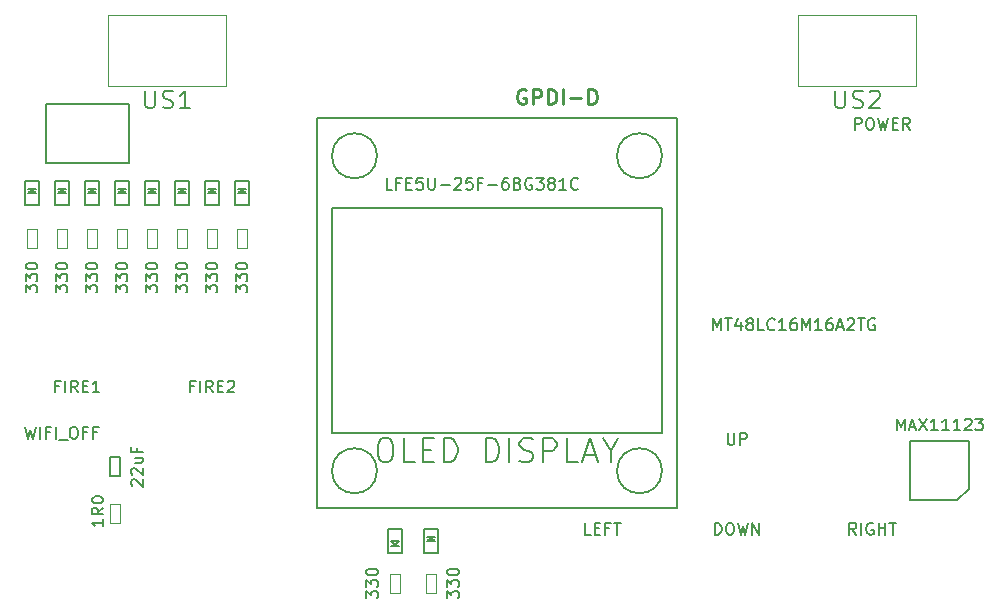
<source format=gbr>
G04 #@! TF.FileFunction,Other,Fab,Top*
%FSLAX46Y46*%
G04 Gerber Fmt 4.6, Leading zero omitted, Abs format (unit mm)*
G04 Created by KiCad (PCBNEW 4.0.7+dfsg1-1) date Thu Sep 28 13:08:25 2017*
%MOMM*%
%LPD*%
G01*
G04 APERTURE LIST*
%ADD10C,0.100000*%
%ADD11C,0.150000*%
%ADD12C,0.254000*%
G04 APERTURE END LIST*
D10*
D11*
X118530000Y-76260000D02*
X117930000Y-76260000D01*
X118230000Y-76360000D02*
X118530000Y-76660000D01*
X117930000Y-76660000D02*
X118230000Y-76360000D01*
X118530000Y-76660000D02*
X117930000Y-76660000D01*
X118830000Y-77660000D02*
X118830000Y-75660000D01*
X117630000Y-77660000D02*
X118830000Y-77660000D01*
X117630000Y-75660000D02*
X117630000Y-77660000D01*
X118830000Y-75660000D02*
X117630000Y-75660000D01*
X115990000Y-76260000D02*
X115390000Y-76260000D01*
X115690000Y-76360000D02*
X115990000Y-76660000D01*
X115390000Y-76660000D02*
X115690000Y-76360000D01*
X115990000Y-76660000D02*
X115390000Y-76660000D01*
X116290000Y-77660000D02*
X116290000Y-75660000D01*
X115090000Y-77660000D02*
X116290000Y-77660000D01*
X115090000Y-75660000D02*
X115090000Y-77660000D01*
X116290000Y-75660000D02*
X115090000Y-75660000D01*
X113450000Y-76260000D02*
X112850000Y-76260000D01*
X113150000Y-76360000D02*
X113450000Y-76660000D01*
X112850000Y-76660000D02*
X113150000Y-76360000D01*
X113450000Y-76660000D02*
X112850000Y-76660000D01*
X113750000Y-77660000D02*
X113750000Y-75660000D01*
X112550000Y-77660000D02*
X113750000Y-77660000D01*
X112550000Y-75660000D02*
X112550000Y-77660000D01*
X113750000Y-75660000D02*
X112550000Y-75660000D01*
X110910000Y-76260000D02*
X110310000Y-76260000D01*
X110610000Y-76360000D02*
X110910000Y-76660000D01*
X110310000Y-76660000D02*
X110610000Y-76360000D01*
X110910000Y-76660000D02*
X110310000Y-76660000D01*
X111210000Y-77660000D02*
X111210000Y-75660000D01*
X110010000Y-77660000D02*
X111210000Y-77660000D01*
X110010000Y-75660000D02*
X110010000Y-77660000D01*
X111210000Y-75660000D02*
X110010000Y-75660000D01*
X108370000Y-76260000D02*
X107770000Y-76260000D01*
X108070000Y-76360000D02*
X108370000Y-76660000D01*
X107770000Y-76660000D02*
X108070000Y-76360000D01*
X108370000Y-76660000D02*
X107770000Y-76660000D01*
X108670000Y-77660000D02*
X108670000Y-75660000D01*
X107470000Y-77660000D02*
X108670000Y-77660000D01*
X107470000Y-75660000D02*
X107470000Y-77660000D01*
X108670000Y-75660000D02*
X107470000Y-75660000D01*
X105830000Y-76260000D02*
X105230000Y-76260000D01*
X105530000Y-76360000D02*
X105830000Y-76660000D01*
X105230000Y-76660000D02*
X105530000Y-76360000D01*
X105830000Y-76660000D02*
X105230000Y-76660000D01*
X106130000Y-77660000D02*
X106130000Y-75660000D01*
X104930000Y-77660000D02*
X106130000Y-77660000D01*
X104930000Y-75660000D02*
X104930000Y-77660000D01*
X106130000Y-75660000D02*
X104930000Y-75660000D01*
X103290000Y-76260000D02*
X102690000Y-76260000D01*
X102990000Y-76360000D02*
X103290000Y-76660000D01*
X102690000Y-76660000D02*
X102990000Y-76360000D01*
X103290000Y-76660000D02*
X102690000Y-76660000D01*
X103590000Y-77660000D02*
X103590000Y-75660000D01*
X102390000Y-77660000D02*
X103590000Y-77660000D01*
X102390000Y-75660000D02*
X102390000Y-77660000D01*
X103590000Y-75660000D02*
X102390000Y-75660000D01*
X100750000Y-76260000D02*
X100150000Y-76260000D01*
X100450000Y-76360000D02*
X100750000Y-76660000D01*
X100150000Y-76660000D02*
X100450000Y-76360000D01*
X100750000Y-76660000D02*
X100150000Y-76660000D01*
X101050000Y-77660000D02*
X101050000Y-75660000D01*
X99850000Y-77660000D02*
X101050000Y-77660000D01*
X99850000Y-75660000D02*
X99850000Y-77660000D01*
X101050000Y-75660000D02*
X99850000Y-75660000D01*
X108624000Y-69080000D02*
X108624000Y-74080000D01*
X101624000Y-69080000D02*
X108624000Y-69080000D01*
X101624000Y-74080000D02*
X101624000Y-69080000D01*
X108624000Y-74080000D02*
X101624000Y-74080000D01*
X130884000Y-106524000D02*
X131484000Y-106524000D01*
X131184000Y-106424000D02*
X130884000Y-106124000D01*
X131484000Y-106124000D02*
X131184000Y-106424000D01*
X130884000Y-106124000D02*
X131484000Y-106124000D01*
X130584000Y-105124000D02*
X130584000Y-107124000D01*
X131784000Y-105124000D02*
X130584000Y-105124000D01*
X131784000Y-107124000D02*
X131784000Y-105124000D01*
X130584000Y-107124000D02*
X131784000Y-107124000D01*
X134532000Y-105724000D02*
X133932000Y-105724000D01*
X134232000Y-105824000D02*
X134532000Y-106124000D01*
X133932000Y-106124000D02*
X134232000Y-105824000D01*
X134532000Y-106124000D02*
X133932000Y-106124000D01*
X134832000Y-107124000D02*
X134832000Y-105124000D01*
X133632000Y-107124000D02*
X134832000Y-107124000D01*
X133632000Y-105124000D02*
X133632000Y-107124000D01*
X134832000Y-105124000D02*
X133632000Y-105124000D01*
D10*
X130784000Y-108880000D02*
X131584000Y-108880000D01*
X130784000Y-110480000D02*
X130784000Y-108880000D01*
X131584000Y-110480000D02*
X130784000Y-110480000D01*
X131584000Y-108880000D02*
X131584000Y-110480000D01*
X134632000Y-110480000D02*
X133832000Y-110480000D01*
X134632000Y-108880000D02*
X134632000Y-110480000D01*
X133832000Y-108880000D02*
X134632000Y-108880000D01*
X133832000Y-110480000D02*
X133832000Y-108880000D01*
D11*
X107880000Y-100600000D02*
X107080000Y-100600000D01*
X107880000Y-99000000D02*
X107880000Y-100600000D01*
X107080000Y-99000000D02*
X107880000Y-99000000D01*
X107080000Y-100600000D02*
X107080000Y-99000000D01*
D10*
X107080000Y-103000000D02*
X107880000Y-103000000D01*
X107080000Y-104600000D02*
X107080000Y-103000000D01*
X107880000Y-104600000D02*
X107080000Y-104600000D01*
X107880000Y-103000000D02*
X107880000Y-104600000D01*
X116880000Y-61560000D02*
X116880000Y-67560000D01*
X106880000Y-61560000D02*
X116880000Y-61560000D01*
X106880000Y-67560000D02*
X106880000Y-61560000D01*
X116880000Y-67560000D02*
X106880000Y-67560000D01*
X175300000Y-61560000D02*
X175300000Y-67560000D01*
X165300000Y-61560000D02*
X175300000Y-61560000D01*
X165300000Y-67560000D02*
X165300000Y-61560000D01*
X175300000Y-67560000D02*
X165300000Y-67560000D01*
X118630000Y-81270000D02*
X117830000Y-81270000D01*
X118630000Y-79670000D02*
X118630000Y-81270000D01*
X117830000Y-79670000D02*
X118630000Y-79670000D01*
X117830000Y-81270000D02*
X117830000Y-79670000D01*
X116090000Y-81270000D02*
X115290000Y-81270000D01*
X116090000Y-79670000D02*
X116090000Y-81270000D01*
X115290000Y-79670000D02*
X116090000Y-79670000D01*
X115290000Y-81270000D02*
X115290000Y-79670000D01*
X113550000Y-81270000D02*
X112750000Y-81270000D01*
X113550000Y-79670000D02*
X113550000Y-81270000D01*
X112750000Y-79670000D02*
X113550000Y-79670000D01*
X112750000Y-81270000D02*
X112750000Y-79670000D01*
X111010000Y-81270000D02*
X110210000Y-81270000D01*
X111010000Y-79670000D02*
X111010000Y-81270000D01*
X110210000Y-79670000D02*
X111010000Y-79670000D01*
X110210000Y-81270000D02*
X110210000Y-79670000D01*
X108470000Y-81270000D02*
X107670000Y-81270000D01*
X108470000Y-79670000D02*
X108470000Y-81270000D01*
X107670000Y-79670000D02*
X108470000Y-79670000D01*
X107670000Y-81270000D02*
X107670000Y-79670000D01*
X105930000Y-81270000D02*
X105130000Y-81270000D01*
X105930000Y-79670000D02*
X105930000Y-81270000D01*
X105130000Y-79670000D02*
X105930000Y-79670000D01*
X105130000Y-81270000D02*
X105130000Y-79670000D01*
X103390000Y-81270000D02*
X102590000Y-81270000D01*
X103390000Y-79670000D02*
X103390000Y-81270000D01*
X102590000Y-79670000D02*
X103390000Y-79670000D01*
X102590000Y-81270000D02*
X102590000Y-79670000D01*
X100850000Y-81270000D02*
X100050000Y-81270000D01*
X100850000Y-79670000D02*
X100850000Y-81270000D01*
X100050000Y-79670000D02*
X100850000Y-79670000D01*
X100050000Y-81270000D02*
X100050000Y-79670000D01*
D11*
X178785000Y-102655000D02*
X174785000Y-102655000D01*
X174785000Y-102655000D02*
X174785000Y-97655000D01*
X174785000Y-97655000D02*
X179785000Y-97655000D01*
X179785000Y-97655000D02*
X179785000Y-101655000D01*
X179785000Y-101655000D02*
X178785000Y-102655000D01*
X153790000Y-73485000D02*
G75*
G03X153790000Y-73485000I-1905000J0D01*
G01*
X129660000Y-73485000D02*
G75*
G03X129660000Y-73485000I-1905000J0D01*
G01*
X129660000Y-100155000D02*
G75*
G03X129660000Y-100155000I-1905000J0D01*
G01*
X153790000Y-100155000D02*
G75*
G03X153790000Y-100155000I-1905000J0D01*
G01*
X153790000Y-77930000D02*
X153790000Y-96980000D01*
X125850000Y-77930000D02*
X153790000Y-77930000D01*
X125850000Y-96980000D02*
X125850000Y-77930000D01*
X153790000Y-96980000D02*
X125850000Y-96980000D01*
X155060000Y-70310000D02*
X155060000Y-103330000D01*
X124580000Y-70310000D02*
X155060000Y-70310000D01*
X124580000Y-103330000D02*
X124580000Y-70310000D01*
X155060000Y-103330000D02*
X124580000Y-103330000D01*
X102736191Y-92988571D02*
X102402857Y-92988571D01*
X102402857Y-93512381D02*
X102402857Y-92512381D01*
X102879048Y-92512381D01*
X103260000Y-93512381D02*
X103260000Y-92512381D01*
X104307619Y-93512381D02*
X103974285Y-93036190D01*
X103736190Y-93512381D02*
X103736190Y-92512381D01*
X104117143Y-92512381D01*
X104212381Y-92560000D01*
X104260000Y-92607619D01*
X104307619Y-92702857D01*
X104307619Y-92845714D01*
X104260000Y-92940952D01*
X104212381Y-92988571D01*
X104117143Y-93036190D01*
X103736190Y-93036190D01*
X104736190Y-92988571D02*
X105069524Y-92988571D01*
X105212381Y-93512381D02*
X104736190Y-93512381D01*
X104736190Y-92512381D01*
X105212381Y-92512381D01*
X106164762Y-93512381D02*
X105593333Y-93512381D01*
X105879047Y-93512381D02*
X105879047Y-92512381D01*
X105783809Y-92655238D01*
X105688571Y-92750476D01*
X105593333Y-92798095D01*
X114166191Y-92988571D02*
X113832857Y-92988571D01*
X113832857Y-93512381D02*
X113832857Y-92512381D01*
X114309048Y-92512381D01*
X114690000Y-93512381D02*
X114690000Y-92512381D01*
X115737619Y-93512381D02*
X115404285Y-93036190D01*
X115166190Y-93512381D02*
X115166190Y-92512381D01*
X115547143Y-92512381D01*
X115642381Y-92560000D01*
X115690000Y-92607619D01*
X115737619Y-92702857D01*
X115737619Y-92845714D01*
X115690000Y-92940952D01*
X115642381Y-92988571D01*
X115547143Y-93036190D01*
X115166190Y-93036190D01*
X116166190Y-92988571D02*
X116499524Y-92988571D01*
X116642381Y-93512381D02*
X116166190Y-93512381D01*
X116166190Y-92512381D01*
X116642381Y-92512381D01*
X117023333Y-92607619D02*
X117070952Y-92560000D01*
X117166190Y-92512381D01*
X117404286Y-92512381D01*
X117499524Y-92560000D01*
X117547143Y-92607619D01*
X117594762Y-92702857D01*
X117594762Y-92798095D01*
X117547143Y-92940952D01*
X116975714Y-93512381D01*
X117594762Y-93512381D01*
X159354286Y-96940381D02*
X159354286Y-97749905D01*
X159401905Y-97845143D01*
X159449524Y-97892762D01*
X159544762Y-97940381D01*
X159735239Y-97940381D01*
X159830477Y-97892762D01*
X159878096Y-97845143D01*
X159925715Y-97749905D01*
X159925715Y-96940381D01*
X160401905Y-97940381D02*
X160401905Y-96940381D01*
X160782858Y-96940381D01*
X160878096Y-96988000D01*
X160925715Y-97035619D01*
X160973334Y-97130857D01*
X160973334Y-97273714D01*
X160925715Y-97368952D01*
X160878096Y-97416571D01*
X160782858Y-97464190D01*
X160401905Y-97464190D01*
X158259048Y-105560381D02*
X158259048Y-104560381D01*
X158497143Y-104560381D01*
X158640001Y-104608000D01*
X158735239Y-104703238D01*
X158782858Y-104798476D01*
X158830477Y-104988952D01*
X158830477Y-105131810D01*
X158782858Y-105322286D01*
X158735239Y-105417524D01*
X158640001Y-105512762D01*
X158497143Y-105560381D01*
X158259048Y-105560381D01*
X159449524Y-104560381D02*
X159640001Y-104560381D01*
X159735239Y-104608000D01*
X159830477Y-104703238D01*
X159878096Y-104893714D01*
X159878096Y-105227048D01*
X159830477Y-105417524D01*
X159735239Y-105512762D01*
X159640001Y-105560381D01*
X159449524Y-105560381D01*
X159354286Y-105512762D01*
X159259048Y-105417524D01*
X159211429Y-105227048D01*
X159211429Y-104893714D01*
X159259048Y-104703238D01*
X159354286Y-104608000D01*
X159449524Y-104560381D01*
X160211429Y-104560381D02*
X160449524Y-105560381D01*
X160640001Y-104846095D01*
X160830477Y-105560381D01*
X161068572Y-104560381D01*
X161449524Y-105560381D02*
X161449524Y-104560381D01*
X162020953Y-105560381D01*
X162020953Y-104560381D01*
X147757619Y-105560381D02*
X147281428Y-105560381D01*
X147281428Y-104560381D01*
X148090952Y-105036571D02*
X148424286Y-105036571D01*
X148567143Y-105560381D02*
X148090952Y-105560381D01*
X148090952Y-104560381D01*
X148567143Y-104560381D01*
X149329048Y-105036571D02*
X148995714Y-105036571D01*
X148995714Y-105560381D02*
X148995714Y-104560381D01*
X149471905Y-104560381D01*
X149710000Y-104560381D02*
X150281429Y-104560381D01*
X149995714Y-105560381D02*
X149995714Y-104560381D01*
X170236667Y-105560381D02*
X169903333Y-105084190D01*
X169665238Y-105560381D02*
X169665238Y-104560381D01*
X170046191Y-104560381D01*
X170141429Y-104608000D01*
X170189048Y-104655619D01*
X170236667Y-104750857D01*
X170236667Y-104893714D01*
X170189048Y-104988952D01*
X170141429Y-105036571D01*
X170046191Y-105084190D01*
X169665238Y-105084190D01*
X170665238Y-105560381D02*
X170665238Y-104560381D01*
X171665238Y-104608000D02*
X171570000Y-104560381D01*
X171427143Y-104560381D01*
X171284285Y-104608000D01*
X171189047Y-104703238D01*
X171141428Y-104798476D01*
X171093809Y-104988952D01*
X171093809Y-105131810D01*
X171141428Y-105322286D01*
X171189047Y-105417524D01*
X171284285Y-105512762D01*
X171427143Y-105560381D01*
X171522381Y-105560381D01*
X171665238Y-105512762D01*
X171712857Y-105465143D01*
X171712857Y-105131810D01*
X171522381Y-105131810D01*
X172141428Y-105560381D02*
X172141428Y-104560381D01*
X172141428Y-105036571D02*
X172712857Y-105036571D01*
X172712857Y-105560381D02*
X172712857Y-104560381D01*
X173046190Y-104560381D02*
X173617619Y-104560381D01*
X173331904Y-105560381D02*
X173331904Y-104560381D01*
X158132666Y-88252381D02*
X158132666Y-87252381D01*
X158466000Y-87966667D01*
X158799333Y-87252381D01*
X158799333Y-88252381D01*
X159132666Y-87252381D02*
X159704095Y-87252381D01*
X159418380Y-88252381D02*
X159418380Y-87252381D01*
X160466000Y-87585714D02*
X160466000Y-88252381D01*
X160227904Y-87204762D02*
X159989809Y-87919048D01*
X160608857Y-87919048D01*
X161132666Y-87680952D02*
X161037428Y-87633333D01*
X160989809Y-87585714D01*
X160942190Y-87490476D01*
X160942190Y-87442857D01*
X160989809Y-87347619D01*
X161037428Y-87300000D01*
X161132666Y-87252381D01*
X161323143Y-87252381D01*
X161418381Y-87300000D01*
X161466000Y-87347619D01*
X161513619Y-87442857D01*
X161513619Y-87490476D01*
X161466000Y-87585714D01*
X161418381Y-87633333D01*
X161323143Y-87680952D01*
X161132666Y-87680952D01*
X161037428Y-87728571D01*
X160989809Y-87776190D01*
X160942190Y-87871429D01*
X160942190Y-88061905D01*
X160989809Y-88157143D01*
X161037428Y-88204762D01*
X161132666Y-88252381D01*
X161323143Y-88252381D01*
X161418381Y-88204762D01*
X161466000Y-88157143D01*
X161513619Y-88061905D01*
X161513619Y-87871429D01*
X161466000Y-87776190D01*
X161418381Y-87728571D01*
X161323143Y-87680952D01*
X162418381Y-88252381D02*
X161942190Y-88252381D01*
X161942190Y-87252381D01*
X163323143Y-88157143D02*
X163275524Y-88204762D01*
X163132667Y-88252381D01*
X163037429Y-88252381D01*
X162894571Y-88204762D01*
X162799333Y-88109524D01*
X162751714Y-88014286D01*
X162704095Y-87823810D01*
X162704095Y-87680952D01*
X162751714Y-87490476D01*
X162799333Y-87395238D01*
X162894571Y-87300000D01*
X163037429Y-87252381D01*
X163132667Y-87252381D01*
X163275524Y-87300000D01*
X163323143Y-87347619D01*
X164275524Y-88252381D02*
X163704095Y-88252381D01*
X163989809Y-88252381D02*
X163989809Y-87252381D01*
X163894571Y-87395238D01*
X163799333Y-87490476D01*
X163704095Y-87538095D01*
X165132667Y-87252381D02*
X164942190Y-87252381D01*
X164846952Y-87300000D01*
X164799333Y-87347619D01*
X164704095Y-87490476D01*
X164656476Y-87680952D01*
X164656476Y-88061905D01*
X164704095Y-88157143D01*
X164751714Y-88204762D01*
X164846952Y-88252381D01*
X165037429Y-88252381D01*
X165132667Y-88204762D01*
X165180286Y-88157143D01*
X165227905Y-88061905D01*
X165227905Y-87823810D01*
X165180286Y-87728571D01*
X165132667Y-87680952D01*
X165037429Y-87633333D01*
X164846952Y-87633333D01*
X164751714Y-87680952D01*
X164704095Y-87728571D01*
X164656476Y-87823810D01*
X165656476Y-88252381D02*
X165656476Y-87252381D01*
X165989810Y-87966667D01*
X166323143Y-87252381D01*
X166323143Y-88252381D01*
X167323143Y-88252381D02*
X166751714Y-88252381D01*
X167037428Y-88252381D02*
X167037428Y-87252381D01*
X166942190Y-87395238D01*
X166846952Y-87490476D01*
X166751714Y-87538095D01*
X168180286Y-87252381D02*
X167989809Y-87252381D01*
X167894571Y-87300000D01*
X167846952Y-87347619D01*
X167751714Y-87490476D01*
X167704095Y-87680952D01*
X167704095Y-88061905D01*
X167751714Y-88157143D01*
X167799333Y-88204762D01*
X167894571Y-88252381D01*
X168085048Y-88252381D01*
X168180286Y-88204762D01*
X168227905Y-88157143D01*
X168275524Y-88061905D01*
X168275524Y-87823810D01*
X168227905Y-87728571D01*
X168180286Y-87680952D01*
X168085048Y-87633333D01*
X167894571Y-87633333D01*
X167799333Y-87680952D01*
X167751714Y-87728571D01*
X167704095Y-87823810D01*
X168656476Y-87966667D02*
X169132667Y-87966667D01*
X168561238Y-88252381D02*
X168894571Y-87252381D01*
X169227905Y-88252381D01*
X169513619Y-87347619D02*
X169561238Y-87300000D01*
X169656476Y-87252381D01*
X169894572Y-87252381D01*
X169989810Y-87300000D01*
X170037429Y-87347619D01*
X170085048Y-87442857D01*
X170085048Y-87538095D01*
X170037429Y-87680952D01*
X169466000Y-88252381D01*
X170085048Y-88252381D01*
X170370762Y-87252381D02*
X170942191Y-87252381D01*
X170656476Y-88252381D02*
X170656476Y-87252381D01*
X171799334Y-87300000D02*
X171704096Y-87252381D01*
X171561239Y-87252381D01*
X171418381Y-87300000D01*
X171323143Y-87395238D01*
X171275524Y-87490476D01*
X171227905Y-87680952D01*
X171227905Y-87823810D01*
X171275524Y-88014286D01*
X171323143Y-88109524D01*
X171418381Y-88204762D01*
X171561239Y-88252381D01*
X171656477Y-88252381D01*
X171799334Y-88204762D01*
X171846953Y-88157143D01*
X171846953Y-87823810D01*
X171656477Y-87823810D01*
X170125476Y-71270381D02*
X170125476Y-70270381D01*
X170506429Y-70270381D01*
X170601667Y-70318000D01*
X170649286Y-70365619D01*
X170696905Y-70460857D01*
X170696905Y-70603714D01*
X170649286Y-70698952D01*
X170601667Y-70746571D01*
X170506429Y-70794190D01*
X170125476Y-70794190D01*
X171315952Y-70270381D02*
X171506429Y-70270381D01*
X171601667Y-70318000D01*
X171696905Y-70413238D01*
X171744524Y-70603714D01*
X171744524Y-70937048D01*
X171696905Y-71127524D01*
X171601667Y-71222762D01*
X171506429Y-71270381D01*
X171315952Y-71270381D01*
X171220714Y-71222762D01*
X171125476Y-71127524D01*
X171077857Y-70937048D01*
X171077857Y-70603714D01*
X171125476Y-70413238D01*
X171220714Y-70318000D01*
X171315952Y-70270381D01*
X172077857Y-70270381D02*
X172315952Y-71270381D01*
X172506429Y-70556095D01*
X172696905Y-71270381D01*
X172935000Y-70270381D01*
X173315952Y-70746571D02*
X173649286Y-70746571D01*
X173792143Y-71270381D02*
X173315952Y-71270381D01*
X173315952Y-70270381D01*
X173792143Y-70270381D01*
X174792143Y-71270381D02*
X174458809Y-70794190D01*
X174220714Y-71270381D02*
X174220714Y-70270381D01*
X174601667Y-70270381D01*
X174696905Y-70318000D01*
X174744524Y-70365619D01*
X174792143Y-70460857D01*
X174792143Y-70603714D01*
X174744524Y-70698952D01*
X174696905Y-70746571D01*
X174601667Y-70794190D01*
X174220714Y-70794190D01*
X99894762Y-96432381D02*
X100132857Y-97432381D01*
X100323334Y-96718095D01*
X100513810Y-97432381D01*
X100751905Y-96432381D01*
X101132857Y-97432381D02*
X101132857Y-96432381D01*
X101942381Y-96908571D02*
X101609047Y-96908571D01*
X101609047Y-97432381D02*
X101609047Y-96432381D01*
X102085238Y-96432381D01*
X102466190Y-97432381D02*
X102466190Y-96432381D01*
X102704285Y-97527619D02*
X103466190Y-97527619D01*
X103894761Y-96432381D02*
X104085238Y-96432381D01*
X104180476Y-96480000D01*
X104275714Y-96575238D01*
X104323333Y-96765714D01*
X104323333Y-97099048D01*
X104275714Y-97289524D01*
X104180476Y-97384762D01*
X104085238Y-97432381D01*
X103894761Y-97432381D01*
X103799523Y-97384762D01*
X103704285Y-97289524D01*
X103656666Y-97099048D01*
X103656666Y-96765714D01*
X103704285Y-96575238D01*
X103799523Y-96480000D01*
X103894761Y-96432381D01*
X105085238Y-96908571D02*
X104751904Y-96908571D01*
X104751904Y-97432381D02*
X104751904Y-96432381D01*
X105228095Y-96432381D01*
X105942381Y-96908571D02*
X105609047Y-96908571D01*
X105609047Y-97432381D02*
X105609047Y-96432381D01*
X106085238Y-96432381D01*
X128736381Y-110965714D02*
X128736381Y-110346666D01*
X129117333Y-110680000D01*
X129117333Y-110537142D01*
X129164952Y-110441904D01*
X129212571Y-110394285D01*
X129307810Y-110346666D01*
X129545905Y-110346666D01*
X129641143Y-110394285D01*
X129688762Y-110441904D01*
X129736381Y-110537142D01*
X129736381Y-110822857D01*
X129688762Y-110918095D01*
X129641143Y-110965714D01*
X128736381Y-110013333D02*
X128736381Y-109394285D01*
X129117333Y-109727619D01*
X129117333Y-109584761D01*
X129164952Y-109489523D01*
X129212571Y-109441904D01*
X129307810Y-109394285D01*
X129545905Y-109394285D01*
X129641143Y-109441904D01*
X129688762Y-109489523D01*
X129736381Y-109584761D01*
X129736381Y-109870476D01*
X129688762Y-109965714D01*
X129641143Y-110013333D01*
X128736381Y-108775238D02*
X128736381Y-108679999D01*
X128784000Y-108584761D01*
X128831619Y-108537142D01*
X128926857Y-108489523D01*
X129117333Y-108441904D01*
X129355429Y-108441904D01*
X129545905Y-108489523D01*
X129641143Y-108537142D01*
X129688762Y-108584761D01*
X129736381Y-108679999D01*
X129736381Y-108775238D01*
X129688762Y-108870476D01*
X129641143Y-108918095D01*
X129545905Y-108965714D01*
X129355429Y-109013333D01*
X129117333Y-109013333D01*
X128926857Y-108965714D01*
X128831619Y-108918095D01*
X128784000Y-108870476D01*
X128736381Y-108775238D01*
X135584381Y-110965714D02*
X135584381Y-110346666D01*
X135965333Y-110680000D01*
X135965333Y-110537142D01*
X136012952Y-110441904D01*
X136060571Y-110394285D01*
X136155810Y-110346666D01*
X136393905Y-110346666D01*
X136489143Y-110394285D01*
X136536762Y-110441904D01*
X136584381Y-110537142D01*
X136584381Y-110822857D01*
X136536762Y-110918095D01*
X136489143Y-110965714D01*
X135584381Y-110013333D02*
X135584381Y-109394285D01*
X135965333Y-109727619D01*
X135965333Y-109584761D01*
X136012952Y-109489523D01*
X136060571Y-109441904D01*
X136155810Y-109394285D01*
X136393905Y-109394285D01*
X136489143Y-109441904D01*
X136536762Y-109489523D01*
X136584381Y-109584761D01*
X136584381Y-109870476D01*
X136536762Y-109965714D01*
X136489143Y-110013333D01*
X135584381Y-108775238D02*
X135584381Y-108679999D01*
X135632000Y-108584761D01*
X135679619Y-108537142D01*
X135774857Y-108489523D01*
X135965333Y-108441904D01*
X136203429Y-108441904D01*
X136393905Y-108489523D01*
X136489143Y-108537142D01*
X136536762Y-108584761D01*
X136584381Y-108679999D01*
X136584381Y-108775238D01*
X136536762Y-108870476D01*
X136489143Y-108918095D01*
X136393905Y-108965714D01*
X136203429Y-109013333D01*
X135965333Y-109013333D01*
X135774857Y-108965714D01*
X135679619Y-108918095D01*
X135632000Y-108870476D01*
X135584381Y-108775238D01*
X108927619Y-101442857D02*
X108880000Y-101395238D01*
X108832381Y-101300000D01*
X108832381Y-101061904D01*
X108880000Y-100966666D01*
X108927619Y-100919047D01*
X109022857Y-100871428D01*
X109118095Y-100871428D01*
X109260952Y-100919047D01*
X109832381Y-101490476D01*
X109832381Y-100871428D01*
X108927619Y-100490476D02*
X108880000Y-100442857D01*
X108832381Y-100347619D01*
X108832381Y-100109523D01*
X108880000Y-100014285D01*
X108927619Y-99966666D01*
X109022857Y-99919047D01*
X109118095Y-99919047D01*
X109260952Y-99966666D01*
X109832381Y-100538095D01*
X109832381Y-99919047D01*
X109165714Y-99061904D02*
X109832381Y-99061904D01*
X109165714Y-99490476D02*
X109689524Y-99490476D01*
X109784762Y-99442857D01*
X109832381Y-99347619D01*
X109832381Y-99204761D01*
X109784762Y-99109523D01*
X109737143Y-99061904D01*
X109308571Y-98252380D02*
X109308571Y-98585714D01*
X109832381Y-98585714D02*
X108832381Y-98585714D01*
X108832381Y-98109523D01*
X106490381Y-104274476D02*
X106490381Y-104845905D01*
X106490381Y-104560191D02*
X105490381Y-104560191D01*
X105633238Y-104655429D01*
X105728476Y-104750667D01*
X105776095Y-104845905D01*
X106490381Y-103274476D02*
X106014190Y-103607810D01*
X106490381Y-103845905D02*
X105490381Y-103845905D01*
X105490381Y-103464952D01*
X105538000Y-103369714D01*
X105585619Y-103322095D01*
X105680857Y-103274476D01*
X105823714Y-103274476D01*
X105918952Y-103322095D01*
X105966571Y-103369714D01*
X106014190Y-103464952D01*
X106014190Y-103845905D01*
X105490381Y-102655429D02*
X105490381Y-102560190D01*
X105538000Y-102464952D01*
X105585619Y-102417333D01*
X105680857Y-102369714D01*
X105871333Y-102322095D01*
X106109429Y-102322095D01*
X106299905Y-102369714D01*
X106395143Y-102417333D01*
X106442762Y-102464952D01*
X106490381Y-102560190D01*
X106490381Y-102655429D01*
X106442762Y-102750667D01*
X106395143Y-102798286D01*
X106299905Y-102845905D01*
X106109429Y-102893524D01*
X105871333Y-102893524D01*
X105680857Y-102845905D01*
X105585619Y-102798286D01*
X105538000Y-102750667D01*
X105490381Y-102655429D01*
X110022858Y-67964571D02*
X110022858Y-69178857D01*
X110094286Y-69321714D01*
X110165715Y-69393143D01*
X110308572Y-69464571D01*
X110594286Y-69464571D01*
X110737144Y-69393143D01*
X110808572Y-69321714D01*
X110880001Y-69178857D01*
X110880001Y-67964571D01*
X111522858Y-69393143D02*
X111737144Y-69464571D01*
X112094287Y-69464571D01*
X112237144Y-69393143D01*
X112308573Y-69321714D01*
X112380001Y-69178857D01*
X112380001Y-69036000D01*
X112308573Y-68893143D01*
X112237144Y-68821714D01*
X112094287Y-68750286D01*
X111808573Y-68678857D01*
X111665715Y-68607429D01*
X111594287Y-68536000D01*
X111522858Y-68393143D01*
X111522858Y-68250286D01*
X111594287Y-68107429D01*
X111665715Y-68036000D01*
X111808573Y-67964571D01*
X112165715Y-67964571D01*
X112380001Y-68036000D01*
X113808572Y-69464571D02*
X112951429Y-69464571D01*
X113380001Y-69464571D02*
X113380001Y-67964571D01*
X113237144Y-68178857D01*
X113094286Y-68321714D01*
X112951429Y-68393143D01*
X168442858Y-67964571D02*
X168442858Y-69178857D01*
X168514286Y-69321714D01*
X168585715Y-69393143D01*
X168728572Y-69464571D01*
X169014286Y-69464571D01*
X169157144Y-69393143D01*
X169228572Y-69321714D01*
X169300001Y-69178857D01*
X169300001Y-67964571D01*
X169942858Y-69393143D02*
X170157144Y-69464571D01*
X170514287Y-69464571D01*
X170657144Y-69393143D01*
X170728573Y-69321714D01*
X170800001Y-69178857D01*
X170800001Y-69036000D01*
X170728573Y-68893143D01*
X170657144Y-68821714D01*
X170514287Y-68750286D01*
X170228573Y-68678857D01*
X170085715Y-68607429D01*
X170014287Y-68536000D01*
X169942858Y-68393143D01*
X169942858Y-68250286D01*
X170014287Y-68107429D01*
X170085715Y-68036000D01*
X170228573Y-67964571D01*
X170585715Y-67964571D01*
X170800001Y-68036000D01*
X171371429Y-68107429D02*
X171442858Y-68036000D01*
X171585715Y-67964571D01*
X171942858Y-67964571D01*
X172085715Y-68036000D01*
X172157144Y-68107429D01*
X172228572Y-68250286D01*
X172228572Y-68393143D01*
X172157144Y-68607429D01*
X171300001Y-69464571D01*
X172228572Y-69464571D01*
X117682381Y-85057714D02*
X117682381Y-84438666D01*
X118063333Y-84772000D01*
X118063333Y-84629142D01*
X118110952Y-84533904D01*
X118158571Y-84486285D01*
X118253810Y-84438666D01*
X118491905Y-84438666D01*
X118587143Y-84486285D01*
X118634762Y-84533904D01*
X118682381Y-84629142D01*
X118682381Y-84914857D01*
X118634762Y-85010095D01*
X118587143Y-85057714D01*
X117682381Y-84105333D02*
X117682381Y-83486285D01*
X118063333Y-83819619D01*
X118063333Y-83676761D01*
X118110952Y-83581523D01*
X118158571Y-83533904D01*
X118253810Y-83486285D01*
X118491905Y-83486285D01*
X118587143Y-83533904D01*
X118634762Y-83581523D01*
X118682381Y-83676761D01*
X118682381Y-83962476D01*
X118634762Y-84057714D01*
X118587143Y-84105333D01*
X117682381Y-82867238D02*
X117682381Y-82771999D01*
X117730000Y-82676761D01*
X117777619Y-82629142D01*
X117872857Y-82581523D01*
X118063333Y-82533904D01*
X118301429Y-82533904D01*
X118491905Y-82581523D01*
X118587143Y-82629142D01*
X118634762Y-82676761D01*
X118682381Y-82771999D01*
X118682381Y-82867238D01*
X118634762Y-82962476D01*
X118587143Y-83010095D01*
X118491905Y-83057714D01*
X118301429Y-83105333D01*
X118063333Y-83105333D01*
X117872857Y-83057714D01*
X117777619Y-83010095D01*
X117730000Y-82962476D01*
X117682381Y-82867238D01*
X115142381Y-85057714D02*
X115142381Y-84438666D01*
X115523333Y-84772000D01*
X115523333Y-84629142D01*
X115570952Y-84533904D01*
X115618571Y-84486285D01*
X115713810Y-84438666D01*
X115951905Y-84438666D01*
X116047143Y-84486285D01*
X116094762Y-84533904D01*
X116142381Y-84629142D01*
X116142381Y-84914857D01*
X116094762Y-85010095D01*
X116047143Y-85057714D01*
X115142381Y-84105333D02*
X115142381Y-83486285D01*
X115523333Y-83819619D01*
X115523333Y-83676761D01*
X115570952Y-83581523D01*
X115618571Y-83533904D01*
X115713810Y-83486285D01*
X115951905Y-83486285D01*
X116047143Y-83533904D01*
X116094762Y-83581523D01*
X116142381Y-83676761D01*
X116142381Y-83962476D01*
X116094762Y-84057714D01*
X116047143Y-84105333D01*
X115142381Y-82867238D02*
X115142381Y-82771999D01*
X115190000Y-82676761D01*
X115237619Y-82629142D01*
X115332857Y-82581523D01*
X115523333Y-82533904D01*
X115761429Y-82533904D01*
X115951905Y-82581523D01*
X116047143Y-82629142D01*
X116094762Y-82676761D01*
X116142381Y-82771999D01*
X116142381Y-82867238D01*
X116094762Y-82962476D01*
X116047143Y-83010095D01*
X115951905Y-83057714D01*
X115761429Y-83105333D01*
X115523333Y-83105333D01*
X115332857Y-83057714D01*
X115237619Y-83010095D01*
X115190000Y-82962476D01*
X115142381Y-82867238D01*
X112602381Y-85057714D02*
X112602381Y-84438666D01*
X112983333Y-84772000D01*
X112983333Y-84629142D01*
X113030952Y-84533904D01*
X113078571Y-84486285D01*
X113173810Y-84438666D01*
X113411905Y-84438666D01*
X113507143Y-84486285D01*
X113554762Y-84533904D01*
X113602381Y-84629142D01*
X113602381Y-84914857D01*
X113554762Y-85010095D01*
X113507143Y-85057714D01*
X112602381Y-84105333D02*
X112602381Y-83486285D01*
X112983333Y-83819619D01*
X112983333Y-83676761D01*
X113030952Y-83581523D01*
X113078571Y-83533904D01*
X113173810Y-83486285D01*
X113411905Y-83486285D01*
X113507143Y-83533904D01*
X113554762Y-83581523D01*
X113602381Y-83676761D01*
X113602381Y-83962476D01*
X113554762Y-84057714D01*
X113507143Y-84105333D01*
X112602381Y-82867238D02*
X112602381Y-82771999D01*
X112650000Y-82676761D01*
X112697619Y-82629142D01*
X112792857Y-82581523D01*
X112983333Y-82533904D01*
X113221429Y-82533904D01*
X113411905Y-82581523D01*
X113507143Y-82629142D01*
X113554762Y-82676761D01*
X113602381Y-82771999D01*
X113602381Y-82867238D01*
X113554762Y-82962476D01*
X113507143Y-83010095D01*
X113411905Y-83057714D01*
X113221429Y-83105333D01*
X112983333Y-83105333D01*
X112792857Y-83057714D01*
X112697619Y-83010095D01*
X112650000Y-82962476D01*
X112602381Y-82867238D01*
X110062381Y-85057714D02*
X110062381Y-84438666D01*
X110443333Y-84772000D01*
X110443333Y-84629142D01*
X110490952Y-84533904D01*
X110538571Y-84486285D01*
X110633810Y-84438666D01*
X110871905Y-84438666D01*
X110967143Y-84486285D01*
X111014762Y-84533904D01*
X111062381Y-84629142D01*
X111062381Y-84914857D01*
X111014762Y-85010095D01*
X110967143Y-85057714D01*
X110062381Y-84105333D02*
X110062381Y-83486285D01*
X110443333Y-83819619D01*
X110443333Y-83676761D01*
X110490952Y-83581523D01*
X110538571Y-83533904D01*
X110633810Y-83486285D01*
X110871905Y-83486285D01*
X110967143Y-83533904D01*
X111014762Y-83581523D01*
X111062381Y-83676761D01*
X111062381Y-83962476D01*
X111014762Y-84057714D01*
X110967143Y-84105333D01*
X110062381Y-82867238D02*
X110062381Y-82771999D01*
X110110000Y-82676761D01*
X110157619Y-82629142D01*
X110252857Y-82581523D01*
X110443333Y-82533904D01*
X110681429Y-82533904D01*
X110871905Y-82581523D01*
X110967143Y-82629142D01*
X111014762Y-82676761D01*
X111062381Y-82771999D01*
X111062381Y-82867238D01*
X111014762Y-82962476D01*
X110967143Y-83010095D01*
X110871905Y-83057714D01*
X110681429Y-83105333D01*
X110443333Y-83105333D01*
X110252857Y-83057714D01*
X110157619Y-83010095D01*
X110110000Y-82962476D01*
X110062381Y-82867238D01*
X107522381Y-85057714D02*
X107522381Y-84438666D01*
X107903333Y-84772000D01*
X107903333Y-84629142D01*
X107950952Y-84533904D01*
X107998571Y-84486285D01*
X108093810Y-84438666D01*
X108331905Y-84438666D01*
X108427143Y-84486285D01*
X108474762Y-84533904D01*
X108522381Y-84629142D01*
X108522381Y-84914857D01*
X108474762Y-85010095D01*
X108427143Y-85057714D01*
X107522381Y-84105333D02*
X107522381Y-83486285D01*
X107903333Y-83819619D01*
X107903333Y-83676761D01*
X107950952Y-83581523D01*
X107998571Y-83533904D01*
X108093810Y-83486285D01*
X108331905Y-83486285D01*
X108427143Y-83533904D01*
X108474762Y-83581523D01*
X108522381Y-83676761D01*
X108522381Y-83962476D01*
X108474762Y-84057714D01*
X108427143Y-84105333D01*
X107522381Y-82867238D02*
X107522381Y-82771999D01*
X107570000Y-82676761D01*
X107617619Y-82629142D01*
X107712857Y-82581523D01*
X107903333Y-82533904D01*
X108141429Y-82533904D01*
X108331905Y-82581523D01*
X108427143Y-82629142D01*
X108474762Y-82676761D01*
X108522381Y-82771999D01*
X108522381Y-82867238D01*
X108474762Y-82962476D01*
X108427143Y-83010095D01*
X108331905Y-83057714D01*
X108141429Y-83105333D01*
X107903333Y-83105333D01*
X107712857Y-83057714D01*
X107617619Y-83010095D01*
X107570000Y-82962476D01*
X107522381Y-82867238D01*
X104982381Y-85057714D02*
X104982381Y-84438666D01*
X105363333Y-84772000D01*
X105363333Y-84629142D01*
X105410952Y-84533904D01*
X105458571Y-84486285D01*
X105553810Y-84438666D01*
X105791905Y-84438666D01*
X105887143Y-84486285D01*
X105934762Y-84533904D01*
X105982381Y-84629142D01*
X105982381Y-84914857D01*
X105934762Y-85010095D01*
X105887143Y-85057714D01*
X104982381Y-84105333D02*
X104982381Y-83486285D01*
X105363333Y-83819619D01*
X105363333Y-83676761D01*
X105410952Y-83581523D01*
X105458571Y-83533904D01*
X105553810Y-83486285D01*
X105791905Y-83486285D01*
X105887143Y-83533904D01*
X105934762Y-83581523D01*
X105982381Y-83676761D01*
X105982381Y-83962476D01*
X105934762Y-84057714D01*
X105887143Y-84105333D01*
X104982381Y-82867238D02*
X104982381Y-82771999D01*
X105030000Y-82676761D01*
X105077619Y-82629142D01*
X105172857Y-82581523D01*
X105363333Y-82533904D01*
X105601429Y-82533904D01*
X105791905Y-82581523D01*
X105887143Y-82629142D01*
X105934762Y-82676761D01*
X105982381Y-82771999D01*
X105982381Y-82867238D01*
X105934762Y-82962476D01*
X105887143Y-83010095D01*
X105791905Y-83057714D01*
X105601429Y-83105333D01*
X105363333Y-83105333D01*
X105172857Y-83057714D01*
X105077619Y-83010095D01*
X105030000Y-82962476D01*
X104982381Y-82867238D01*
X102442381Y-85057714D02*
X102442381Y-84438666D01*
X102823333Y-84772000D01*
X102823333Y-84629142D01*
X102870952Y-84533904D01*
X102918571Y-84486285D01*
X103013810Y-84438666D01*
X103251905Y-84438666D01*
X103347143Y-84486285D01*
X103394762Y-84533904D01*
X103442381Y-84629142D01*
X103442381Y-84914857D01*
X103394762Y-85010095D01*
X103347143Y-85057714D01*
X102442381Y-84105333D02*
X102442381Y-83486285D01*
X102823333Y-83819619D01*
X102823333Y-83676761D01*
X102870952Y-83581523D01*
X102918571Y-83533904D01*
X103013810Y-83486285D01*
X103251905Y-83486285D01*
X103347143Y-83533904D01*
X103394762Y-83581523D01*
X103442381Y-83676761D01*
X103442381Y-83962476D01*
X103394762Y-84057714D01*
X103347143Y-84105333D01*
X102442381Y-82867238D02*
X102442381Y-82771999D01*
X102490000Y-82676761D01*
X102537619Y-82629142D01*
X102632857Y-82581523D01*
X102823333Y-82533904D01*
X103061429Y-82533904D01*
X103251905Y-82581523D01*
X103347143Y-82629142D01*
X103394762Y-82676761D01*
X103442381Y-82771999D01*
X103442381Y-82867238D01*
X103394762Y-82962476D01*
X103347143Y-83010095D01*
X103251905Y-83057714D01*
X103061429Y-83105333D01*
X102823333Y-83105333D01*
X102632857Y-83057714D01*
X102537619Y-83010095D01*
X102490000Y-82962476D01*
X102442381Y-82867238D01*
X99902381Y-85057714D02*
X99902381Y-84438666D01*
X100283333Y-84772000D01*
X100283333Y-84629142D01*
X100330952Y-84533904D01*
X100378571Y-84486285D01*
X100473810Y-84438666D01*
X100711905Y-84438666D01*
X100807143Y-84486285D01*
X100854762Y-84533904D01*
X100902381Y-84629142D01*
X100902381Y-84914857D01*
X100854762Y-85010095D01*
X100807143Y-85057714D01*
X99902381Y-84105333D02*
X99902381Y-83486285D01*
X100283333Y-83819619D01*
X100283333Y-83676761D01*
X100330952Y-83581523D01*
X100378571Y-83533904D01*
X100473810Y-83486285D01*
X100711905Y-83486285D01*
X100807143Y-83533904D01*
X100854762Y-83581523D01*
X100902381Y-83676761D01*
X100902381Y-83962476D01*
X100854762Y-84057714D01*
X100807143Y-84105333D01*
X99902381Y-82867238D02*
X99902381Y-82771999D01*
X99950000Y-82676761D01*
X99997619Y-82629142D01*
X100092857Y-82581523D01*
X100283333Y-82533904D01*
X100521429Y-82533904D01*
X100711905Y-82581523D01*
X100807143Y-82629142D01*
X100854762Y-82676761D01*
X100902381Y-82771999D01*
X100902381Y-82867238D01*
X100854762Y-82962476D01*
X100807143Y-83010095D01*
X100711905Y-83057714D01*
X100521429Y-83105333D01*
X100283333Y-83105333D01*
X100092857Y-83057714D01*
X99997619Y-83010095D01*
X99950000Y-82962476D01*
X99902381Y-82867238D01*
X173665952Y-96732381D02*
X173665952Y-95732381D01*
X173999286Y-96446667D01*
X174332619Y-95732381D01*
X174332619Y-96732381D01*
X174761190Y-96446667D02*
X175237381Y-96446667D01*
X174665952Y-96732381D02*
X174999285Y-95732381D01*
X175332619Y-96732381D01*
X175570714Y-95732381D02*
X176237381Y-96732381D01*
X176237381Y-95732381D02*
X175570714Y-96732381D01*
X177142143Y-96732381D02*
X176570714Y-96732381D01*
X176856428Y-96732381D02*
X176856428Y-95732381D01*
X176761190Y-95875238D01*
X176665952Y-95970476D01*
X176570714Y-96018095D01*
X178094524Y-96732381D02*
X177523095Y-96732381D01*
X177808809Y-96732381D02*
X177808809Y-95732381D01*
X177713571Y-95875238D01*
X177618333Y-95970476D01*
X177523095Y-96018095D01*
X179046905Y-96732381D02*
X178475476Y-96732381D01*
X178761190Y-96732381D02*
X178761190Y-95732381D01*
X178665952Y-95875238D01*
X178570714Y-95970476D01*
X178475476Y-96018095D01*
X179427857Y-95827619D02*
X179475476Y-95780000D01*
X179570714Y-95732381D01*
X179808810Y-95732381D01*
X179904048Y-95780000D01*
X179951667Y-95827619D01*
X179999286Y-95922857D01*
X179999286Y-96018095D01*
X179951667Y-96160952D01*
X179380238Y-96732381D01*
X179999286Y-96732381D01*
X180332619Y-95732381D02*
X180951667Y-95732381D01*
X180618333Y-96113333D01*
X180761191Y-96113333D01*
X180856429Y-96160952D01*
X180904048Y-96208571D01*
X180951667Y-96303810D01*
X180951667Y-96541905D01*
X180904048Y-96637143D01*
X180856429Y-96684762D01*
X180761191Y-96732381D01*
X180475476Y-96732381D01*
X180380238Y-96684762D01*
X180332619Y-96637143D01*
X130954762Y-76350381D02*
X130478571Y-76350381D01*
X130478571Y-75350381D01*
X131621429Y-75826571D02*
X131288095Y-75826571D01*
X131288095Y-76350381D02*
X131288095Y-75350381D01*
X131764286Y-75350381D01*
X132145238Y-75826571D02*
X132478572Y-75826571D01*
X132621429Y-76350381D02*
X132145238Y-76350381D01*
X132145238Y-75350381D01*
X132621429Y-75350381D01*
X133526191Y-75350381D02*
X133050000Y-75350381D01*
X133002381Y-75826571D01*
X133050000Y-75778952D01*
X133145238Y-75731333D01*
X133383334Y-75731333D01*
X133478572Y-75778952D01*
X133526191Y-75826571D01*
X133573810Y-75921810D01*
X133573810Y-76159905D01*
X133526191Y-76255143D01*
X133478572Y-76302762D01*
X133383334Y-76350381D01*
X133145238Y-76350381D01*
X133050000Y-76302762D01*
X133002381Y-76255143D01*
X134002381Y-75350381D02*
X134002381Y-76159905D01*
X134050000Y-76255143D01*
X134097619Y-76302762D01*
X134192857Y-76350381D01*
X134383334Y-76350381D01*
X134478572Y-76302762D01*
X134526191Y-76255143D01*
X134573810Y-76159905D01*
X134573810Y-75350381D01*
X135050000Y-75969429D02*
X135811905Y-75969429D01*
X136240476Y-75445619D02*
X136288095Y-75398000D01*
X136383333Y-75350381D01*
X136621429Y-75350381D01*
X136716667Y-75398000D01*
X136764286Y-75445619D01*
X136811905Y-75540857D01*
X136811905Y-75636095D01*
X136764286Y-75778952D01*
X136192857Y-76350381D01*
X136811905Y-76350381D01*
X137716667Y-75350381D02*
X137240476Y-75350381D01*
X137192857Y-75826571D01*
X137240476Y-75778952D01*
X137335714Y-75731333D01*
X137573810Y-75731333D01*
X137669048Y-75778952D01*
X137716667Y-75826571D01*
X137764286Y-75921810D01*
X137764286Y-76159905D01*
X137716667Y-76255143D01*
X137669048Y-76302762D01*
X137573810Y-76350381D01*
X137335714Y-76350381D01*
X137240476Y-76302762D01*
X137192857Y-76255143D01*
X138526191Y-75826571D02*
X138192857Y-75826571D01*
X138192857Y-76350381D02*
X138192857Y-75350381D01*
X138669048Y-75350381D01*
X139050000Y-75969429D02*
X139811905Y-75969429D01*
X140716667Y-75350381D02*
X140526190Y-75350381D01*
X140430952Y-75398000D01*
X140383333Y-75445619D01*
X140288095Y-75588476D01*
X140240476Y-75778952D01*
X140240476Y-76159905D01*
X140288095Y-76255143D01*
X140335714Y-76302762D01*
X140430952Y-76350381D01*
X140621429Y-76350381D01*
X140716667Y-76302762D01*
X140764286Y-76255143D01*
X140811905Y-76159905D01*
X140811905Y-75921810D01*
X140764286Y-75826571D01*
X140716667Y-75778952D01*
X140621429Y-75731333D01*
X140430952Y-75731333D01*
X140335714Y-75778952D01*
X140288095Y-75826571D01*
X140240476Y-75921810D01*
X141573810Y-75826571D02*
X141716667Y-75874190D01*
X141764286Y-75921810D01*
X141811905Y-76017048D01*
X141811905Y-76159905D01*
X141764286Y-76255143D01*
X141716667Y-76302762D01*
X141621429Y-76350381D01*
X141240476Y-76350381D01*
X141240476Y-75350381D01*
X141573810Y-75350381D01*
X141669048Y-75398000D01*
X141716667Y-75445619D01*
X141764286Y-75540857D01*
X141764286Y-75636095D01*
X141716667Y-75731333D01*
X141669048Y-75778952D01*
X141573810Y-75826571D01*
X141240476Y-75826571D01*
X142764286Y-75398000D02*
X142669048Y-75350381D01*
X142526191Y-75350381D01*
X142383333Y-75398000D01*
X142288095Y-75493238D01*
X142240476Y-75588476D01*
X142192857Y-75778952D01*
X142192857Y-75921810D01*
X142240476Y-76112286D01*
X142288095Y-76207524D01*
X142383333Y-76302762D01*
X142526191Y-76350381D01*
X142621429Y-76350381D01*
X142764286Y-76302762D01*
X142811905Y-76255143D01*
X142811905Y-75921810D01*
X142621429Y-75921810D01*
X143145238Y-75350381D02*
X143764286Y-75350381D01*
X143430952Y-75731333D01*
X143573810Y-75731333D01*
X143669048Y-75778952D01*
X143716667Y-75826571D01*
X143764286Y-75921810D01*
X143764286Y-76159905D01*
X143716667Y-76255143D01*
X143669048Y-76302762D01*
X143573810Y-76350381D01*
X143288095Y-76350381D01*
X143192857Y-76302762D01*
X143145238Y-76255143D01*
X144335714Y-75778952D02*
X144240476Y-75731333D01*
X144192857Y-75683714D01*
X144145238Y-75588476D01*
X144145238Y-75540857D01*
X144192857Y-75445619D01*
X144240476Y-75398000D01*
X144335714Y-75350381D01*
X144526191Y-75350381D01*
X144621429Y-75398000D01*
X144669048Y-75445619D01*
X144716667Y-75540857D01*
X144716667Y-75588476D01*
X144669048Y-75683714D01*
X144621429Y-75731333D01*
X144526191Y-75778952D01*
X144335714Y-75778952D01*
X144240476Y-75826571D01*
X144192857Y-75874190D01*
X144145238Y-75969429D01*
X144145238Y-76159905D01*
X144192857Y-76255143D01*
X144240476Y-76302762D01*
X144335714Y-76350381D01*
X144526191Y-76350381D01*
X144621429Y-76302762D01*
X144669048Y-76255143D01*
X144716667Y-76159905D01*
X144716667Y-75969429D01*
X144669048Y-75874190D01*
X144621429Y-75826571D01*
X144526191Y-75778952D01*
X145669048Y-76350381D02*
X145097619Y-76350381D01*
X145383333Y-76350381D02*
X145383333Y-75350381D01*
X145288095Y-75493238D01*
X145192857Y-75588476D01*
X145097619Y-75636095D01*
X146669048Y-76255143D02*
X146621429Y-76302762D01*
X146478572Y-76350381D01*
X146383334Y-76350381D01*
X146240476Y-76302762D01*
X146145238Y-76207524D01*
X146097619Y-76112286D01*
X146050000Y-75921810D01*
X146050000Y-75778952D01*
X146097619Y-75588476D01*
X146145238Y-75493238D01*
X146240476Y-75398000D01*
X146383334Y-75350381D01*
X146478572Y-75350381D01*
X146621429Y-75398000D01*
X146669048Y-75445619D01*
X130200952Y-97408762D02*
X130581904Y-97408762D01*
X130772380Y-97504000D01*
X130962857Y-97694476D01*
X131058095Y-98075429D01*
X131058095Y-98742095D01*
X130962857Y-99123048D01*
X130772380Y-99313524D01*
X130581904Y-99408762D01*
X130200952Y-99408762D01*
X130010476Y-99313524D01*
X129819999Y-99123048D01*
X129724761Y-98742095D01*
X129724761Y-98075429D01*
X129819999Y-97694476D01*
X130010476Y-97504000D01*
X130200952Y-97408762D01*
X132867618Y-99408762D02*
X131915237Y-99408762D01*
X131915237Y-97408762D01*
X133534285Y-98361143D02*
X134200952Y-98361143D01*
X134486666Y-99408762D02*
X133534285Y-99408762D01*
X133534285Y-97408762D01*
X134486666Y-97408762D01*
X135343809Y-99408762D02*
X135343809Y-97408762D01*
X135820000Y-97408762D01*
X136105714Y-97504000D01*
X136296190Y-97694476D01*
X136391429Y-97884952D01*
X136486667Y-98265905D01*
X136486667Y-98551619D01*
X136391429Y-98932571D01*
X136296190Y-99123048D01*
X136105714Y-99313524D01*
X135820000Y-99408762D01*
X135343809Y-99408762D01*
X138867619Y-99408762D02*
X138867619Y-97408762D01*
X139343810Y-97408762D01*
X139629524Y-97504000D01*
X139820000Y-97694476D01*
X139915239Y-97884952D01*
X140010477Y-98265905D01*
X140010477Y-98551619D01*
X139915239Y-98932571D01*
X139820000Y-99123048D01*
X139629524Y-99313524D01*
X139343810Y-99408762D01*
X138867619Y-99408762D01*
X140867619Y-99408762D02*
X140867619Y-97408762D01*
X141724762Y-99313524D02*
X142010477Y-99408762D01*
X142486667Y-99408762D01*
X142677143Y-99313524D01*
X142772381Y-99218286D01*
X142867620Y-99027810D01*
X142867620Y-98837333D01*
X142772381Y-98646857D01*
X142677143Y-98551619D01*
X142486667Y-98456381D01*
X142105715Y-98361143D01*
X141915239Y-98265905D01*
X141820000Y-98170667D01*
X141724762Y-97980190D01*
X141724762Y-97789714D01*
X141820000Y-97599238D01*
X141915239Y-97504000D01*
X142105715Y-97408762D01*
X142581905Y-97408762D01*
X142867620Y-97504000D01*
X143724762Y-99408762D02*
X143724762Y-97408762D01*
X144486667Y-97408762D01*
X144677143Y-97504000D01*
X144772382Y-97599238D01*
X144867620Y-97789714D01*
X144867620Y-98075429D01*
X144772382Y-98265905D01*
X144677143Y-98361143D01*
X144486667Y-98456381D01*
X143724762Y-98456381D01*
X146677143Y-99408762D02*
X145724762Y-99408762D01*
X145724762Y-97408762D01*
X147248572Y-98837333D02*
X148200953Y-98837333D01*
X147058096Y-99408762D02*
X147724763Y-97408762D01*
X148391430Y-99408762D01*
X149439049Y-98456381D02*
X149439049Y-99408762D01*
X148772382Y-97408762D02*
X149439049Y-98456381D01*
X150105716Y-97408762D01*
D12*
X142239048Y-67897000D02*
X142118096Y-67836524D01*
X141936667Y-67836524D01*
X141755239Y-67897000D01*
X141634286Y-68017952D01*
X141573810Y-68138905D01*
X141513334Y-68380810D01*
X141513334Y-68562238D01*
X141573810Y-68804143D01*
X141634286Y-68925095D01*
X141755239Y-69046048D01*
X141936667Y-69106524D01*
X142057619Y-69106524D01*
X142239048Y-69046048D01*
X142299524Y-68985571D01*
X142299524Y-68562238D01*
X142057619Y-68562238D01*
X142843810Y-69106524D02*
X142843810Y-67836524D01*
X143327619Y-67836524D01*
X143448572Y-67897000D01*
X143509048Y-67957476D01*
X143569524Y-68078429D01*
X143569524Y-68259857D01*
X143509048Y-68380810D01*
X143448572Y-68441286D01*
X143327619Y-68501762D01*
X142843810Y-68501762D01*
X144113810Y-69106524D02*
X144113810Y-67836524D01*
X144416191Y-67836524D01*
X144597619Y-67897000D01*
X144718572Y-68017952D01*
X144779048Y-68138905D01*
X144839524Y-68380810D01*
X144839524Y-68562238D01*
X144779048Y-68804143D01*
X144718572Y-68925095D01*
X144597619Y-69046048D01*
X144416191Y-69106524D01*
X144113810Y-69106524D01*
X145383810Y-69106524D02*
X145383810Y-67836524D01*
X145988572Y-68622714D02*
X146956191Y-68622714D01*
X147560953Y-69106524D02*
X147560953Y-67836524D01*
X147863334Y-67836524D01*
X148044762Y-67897000D01*
X148165715Y-68017952D01*
X148226191Y-68138905D01*
X148286667Y-68380810D01*
X148286667Y-68562238D01*
X148226191Y-68804143D01*
X148165715Y-68925095D01*
X148044762Y-69046048D01*
X147863334Y-69106524D01*
X147560953Y-69106524D01*
M02*

</source>
